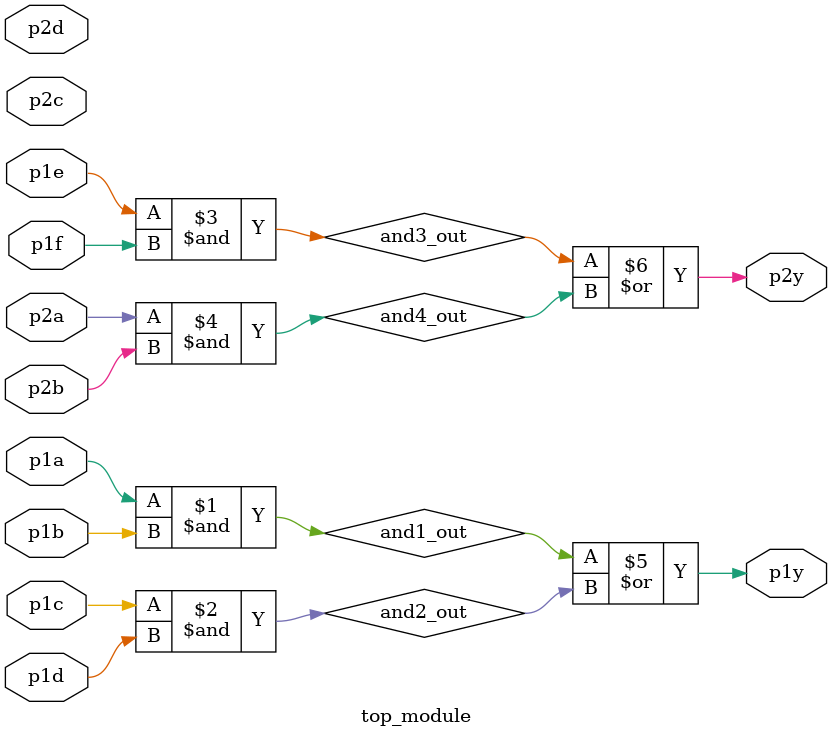
<source format=v>
module top_module (
    input p1a, p1b, p1c, p1d, p1e, p1f,
    output p1y,
    input p2a, p2b, p2c, p2d,
    output p2y );

// Intermediate wires for AND gates outputs
wire and1_out, and2_out, and3_out, and4_out;

// AND gates
assign and1_out = p1a & p1b;
assign and2_out = p1c & p1d;
assign and3_out = p1e & p1f;
assign and4_out = p2a & p2b;

// OR gates that combine AND gate outputs
assign p1y = and1_out | and2_out;
assign p2y = and3_out | and4_out;

endmodule
</source>
